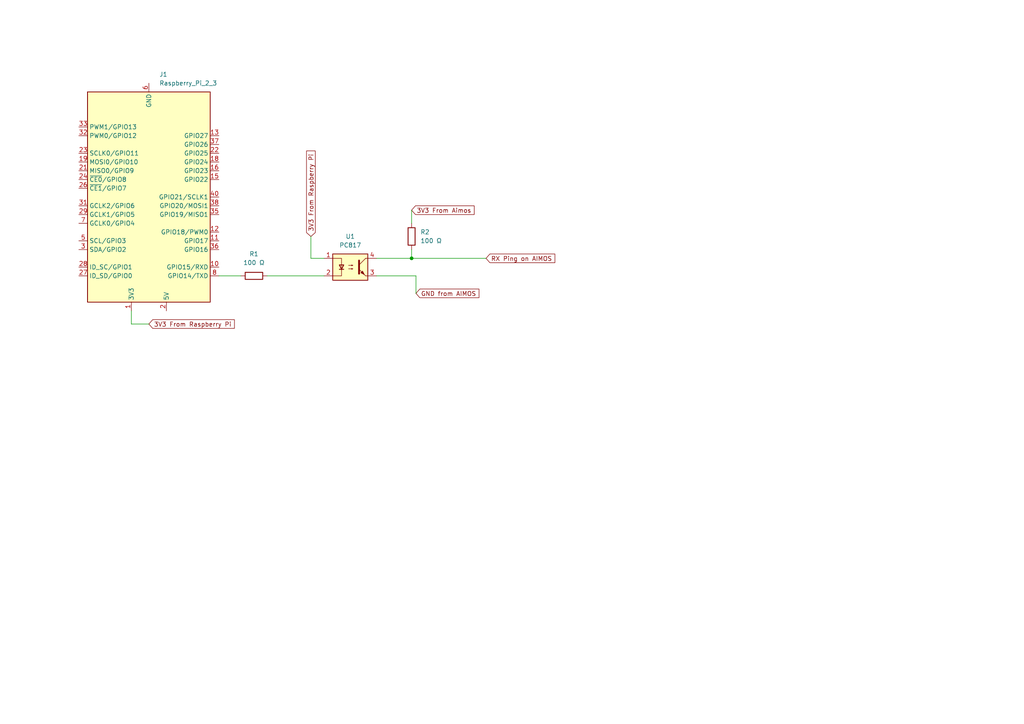
<source format=kicad_sch>
(kicad_sch (version 20231120) (generator "eeschema") (generator_version "8.0")
  (paper "A4")
  (title_block (title "AIMOS AM-KVM803 PiKVM UART Mod") (date "2024-08-11") (rev "1"))
  (lib_symbols
    (symbol "Connector:Raspberry_Pi_2_3"
      (property "Reference" "J" (at -17.78 31.75 0))
      (property "Value" "Raspberry_Pi_2_3" (at 10.16 -31.75 0))
      (symbol "Raspberry_Pi_2_3_0_1"
        (rectangle (start -17.78 30.48) (end 17.78 -30.48) (stroke (width 0.254)) (fill (type background)))
      )
      (symbol "Raspberry_Pi_2_3_1_1"
        (pin power_in line (at 5.08 33.02 270) (length 2.54) (name "3V3") (number "1"))
        (pin bidirectional line (at -20.32 20.32 0) (length 2.54) (name "GPIO15/RXD") (number "10"))
        (pin bidirectional line (at -20.32 12.7 0) (length 2.54) (name "GPIO17") (number "11"))
        (pin bidirectional line (at -20.32 10.16 0) (length 2.54) (name "GPIO18/PWM0") (number "12"))
        (pin bidirectional line (at -20.32 -17.78 0) (length 2.54) (name "GPIO27") (number "13"))
        (pin passive line (at 0 -33.02 90) (length 2.54) hide (name "GND") (number "14"))
        (pin bidirectional line (at -20.32 -5.08 0) (length 2.54) (name "GPIO22") (number "15"))
        (pin bidirectional line (at -20.32 -7.62 0) (length 2.54) (name "GPIO23") (number "16"))
        (pin passive line (at 5.08 33.02 270) (length 2.54) hide (name "3V3") (number "17"))
        (pin bidirectional line (at -20.32 -10.16 0) (length 2.54) (name "GPIO24") (number "18"))
        (pin bidirectional line (at 20.32 -10.16 180) (length 2.54) (name "MOSI0/GPIO10") (number "19"))
        (pin power_in line (at -5.08 33.02 270) (length 2.54) (name "5V") (number "2"))
        (pin passive line (at 0 -33.02 90) (length 2.54) hide (name "GND") (number "20"))
        (pin bidirectional line (at 20.32 -7.62 180) (length 2.54) (name "MISO0/GPIO9") (number "21"))
        (pin bidirectional line (at -20.32 -12.7 0) (length 2.54) (name "GPIO25") (number "22"))
        (pin bidirectional line (at 20.32 -12.7 180) (length 2.54) (name "SCLK0/GPIO11") (number "23"))
        (pin bidirectional line (at 20.32 -5.08 180) (length 2.54) (name "~{CE0}/GPIO8") (number "24"))
        (pin passive line (at 0 -33.02 90) (length 2.54) hide (name "GND") (number "25"))
        (pin bidirectional line (at 20.32 -2.54 180) (length 2.54) (name "~{CE1}/GPIO7") (number "26"))
        (pin bidirectional line (at 20.32 22.86 180) (length 2.54) (name "ID_SD/GPIO0") (number "27"))
        (pin bidirectional line (at 20.32 20.32 180) (length 2.54) (name "ID_SC/GPIO1") (number "28"))
        (pin bidirectional line (at 20.32 5.08 180) (length 2.54) (name "GCLK1/GPIO5") (number "29"))
        (pin bidirectional line (at 20.32 15.24 180) (length 2.54) (name "SDA/GPIO2") (number "3"))
        (pin passive line (at 0 -33.02 90) (length 2.54) hide (name "GND") (number "30"))
        (pin bidirectional line (at 20.32 2.54 180) (length 2.54) (name "GCLK2/GPIO6") (number "31"))
        (pin bidirectional line (at 20.32 -17.78 180) (length 2.54) (name "PWM0/GPIO12") (number "32"))
        (pin bidirectional line (at 20.32 -20.32 180) (length 2.54) (name "PWM1/GPIO13") (number "33"))
        (pin passive line (at 0 -33.02 90) (length 2.54) hide (name "GND") (number "34"))
        (pin bidirectional line (at -20.32 5.08 0) (length 2.54) (name "GPIO19/MISO1") (number "35"))
        (pin bidirectional line (at -20.32 15.24 0) (length 2.54) (name "GPIO16") (number "36"))
        (pin bidirectional line (at -20.32 -15.24 0) (length 2.54) (name "GPIO26") (number "37"))
        (pin bidirectional line (at -20.32 2.54 0) (length 2.54) (name "GPIO20/MOSI1") (number "38"))
        (pin passive line (at 0 -33.02 90) (length 2.54) hide (name "GND") (number "39"))
        (pin passive line (at -5.08 33.02 270) (length 2.54) hide (name "5V") (number "4"))
        (pin bidirectional line (at -20.32 0 0) (length 2.54) (name "GPIO21/SCLK1") (number "40"))
        (pin bidirectional line (at 20.32 12.7 180) (length 2.54) (name "SCL/GPIO3") (number "5"))
        (pin power_in line (at 0 -33.02 90) (length 2.54) (name "GND") (number "6"))
        (pin bidirectional line (at 20.32 7.62 180) (length 2.54) (name "GCLK0/GPIO4") (number "7"))
        (pin bidirectional line (at -20.32 22.86 0) (length 2.54) (name "GPIO14/TXD") (number "8"))
        (pin passive line (at 0 -33.02 90) (length 2.54) hide (name "GND") (number "9"))
      )
    )
    (symbol "Device:R" (pin_numbers hide) (pin_names (offset 0))
      (property "Reference" "R" (at 2.032 0 90))
      (property "Value" "R" (at 0 0 90))
      (symbol "R_0_1"
        (rectangle (start -1.016 -2.54) (end 1.016 2.54) (stroke (width 0.254)))
      )
      (symbol "R_1_1"
        (pin passive line (at 0 3.81 270) (length 1.27) (name "~") (number "1"))
        (pin passive line (at 0 -3.81 90) (length 1.27) (name "~") (number "2"))
      )
    )
    (symbol "Isolator:PC817" (pin_names (offset 1.016))
      (property "Reference" "U" (at -5.08 5.08 0))
      (property "Value" "PC817" (at 0 5.08 0))
      (symbol "PC817_0_1"
        (rectangle (start -5.08 3.81) (end 5.08 -3.81) (stroke (width 0.254)) (fill (type background)))
        (polyline (pts (xy -3.175 -0.635) (xy -1.905 -0.635)) (stroke (width 0.254)))
        (polyline (pts (xy 2.54 0.635) (xy 4.445 2.54)))
        (polyline (pts (xy 4.445 -2.54) (xy 2.54 -0.635)) (fill (type outline)))
        (polyline (pts (xy 4.445 -2.54) (xy 5.08 -2.54)))
        (polyline (pts (xy 4.445 2.54) (xy 5.08 2.54)))
        (polyline (pts (xy -5.08 2.54) (xy -2.54 2.54) (xy -2.54 -0.635)))
        (polyline (pts (xy -2.54 -0.635) (xy -2.54 -2.54) (xy -5.08 -2.54)))
        (polyline (pts (xy 2.54 1.905) (xy 2.54 -1.905) (xy 2.54 -1.905)) (stroke (width 0.508)))
        (polyline (pts (xy -2.54 -0.635) (xy -3.175 0.635) (xy -1.905 0.635) (xy -2.54 -0.635)) (stroke (width 0.254)))
        (polyline (pts (xy -0.508 -0.508) (xy 0.762 -0.508) (xy 0.381 -0.635) (xy 0.381 -0.381) (xy 0.762 -0.508)))
        (polyline (pts (xy -0.508 0.508) (xy 0.762 0.508) (xy 0.381 0.381) (xy 0.381 0.635) (xy 0.762 0.508)))
        (polyline (pts (xy 3.048 -1.651) (xy 3.556 -1.143) (xy 4.064 -2.159) (xy 3.048 -1.651) (xy 3.048 -1.651)) (fill (type outline)))
      )
      (symbol "PC817_1_1"
        (pin passive line (at -7.62 2.54 0) (length 2.54) (name "~") (number "1"))
        (pin passive line (at -7.62 -2.54 0) (length 2.54) (name "~") (number "2"))
        (pin passive line (at 7.62 -2.54 180) (length 2.54) (name "~") (number "3"))
        (pin passive line (at 7.62 2.54 180) (length 2.54) (name "~") (number "4"))
      )
    )
  )
  (junction (at 119.38 74.93))
  (wire (pts (xy 77.47 80.01) (xy 93.98 80.01)))
  (wire (pts (xy 119.38 72.39) (xy 119.38 74.93)))
  (wire (pts (xy 38.1 93.98) (xy 38.1 90.17)))
  (wire (pts (xy 119.38 74.93) (xy 140.97 74.93)))
  (wire (pts (xy 90.17 74.93) (xy 93.98 74.93)))
  (wire (pts (xy 119.38 60.96) (xy 119.38 64.77)))
  (wire (pts (xy 109.22 74.93) (xy 119.38 74.93)))
  (wire (pts (xy 90.17 68.58) (xy 90.17 74.93)))
  (wire (pts (xy 43.18 93.98) (xy 38.1 93.98)))
  (wire (pts (xy 109.22 80.01) (xy 120.65 80.01)))
  (wire (pts (xy 63.5 80.01) (xy 69.85 80.01)))
  (wire (pts (xy 120.65 80.01) (xy 120.65 85.09)))
  (global_label "3V3 From Raspberry Pi" (shape input) (at 90.17 68.58 90) (property "Intersheetrefs" "${INTERSHEET_REFS}" (effects (hide yes))))
  (global_label "3V3 From Aimos" (shape input) (at 119.38 60.96 0) (property "Intersheetrefs" "${INTERSHEET_REFS}" (effects (hide yes))))
  (global_label "3V3 From Raspberry Pi" (shape input) (at 43.18 93.98 0) (property "Intersheetrefs" "${INTERSHEET_REFS}" (effects (hide yes))))
  (global_label "RX Ping on AIMOS" (shape input) (at 140.97 74.93 0) (property "Intersheetrefs" "${INTERSHEET_REFS}" (effects (hide yes))))
  (global_label "GND from AIMOS" (shape input) (at 120.65 85.09 0) (property "Intersheetrefs" "${INTERSHEET_REFS}" (effects (hide yes))))
  (symbol (lib_id "Connector:Raspberry_Pi_2_3") (at 43.18 57.15 180) (unit 1)
    (property "Reference" "J1" (at 46.1965 21.59 0) (effects (justify right)))
    (property "Value" "Raspberry_Pi_2_3" (at 46.1965 24.13 0) (effects (justify right)))
    (property "Datasheet" "https://www.raspberrypi.org/documentation/hardware/raspberrypi/schematics/rpi_SCH_3bplus_1p0_reduced.pdf" (effects (hide yes)))
    (property "Description" "expansion header for Raspberry Pi 2 & 3" (effects (hide yes)))
  )
  (symbol (lib_id "Isolator:PC817") (at 101.6 77.47 0) (unit 1)
    (property "Reference" "U1" (at 101.6 68.58 0))
    (property "Value" "PC817" (at 101.6 71.12 0))
    (property "Footprint" "Package_DIP:DIP-4_W7.62mm" (effects (hide yes)))
    (property "Datasheet" "http://www.soselectronic.cz/a_info/resource/d/pc817.pdf" (effects (hide yes)))
    (property "Description" "DC Optocoupler, Vce 35V, CTR 50-300%, DIP-4" (effects (hide yes)))
  )
  (symbol (lib_id "Device:R") (at 73.66 80.01 270) (unit 1)
    (property "Reference" "R1" (at 73.66 73.66 90))
    (property "Value" "100 Ω" (at 73.66 76.2 90))
    (property "Description" "Resistor" (effects (hide yes)))
  )
  (symbol (lib_id "Device:R") (at 119.38 68.58 180) (unit 1)
    (property "Reference" "R2" (at 121.92 67.3099 0) (effects (justify right)))
    (property "Value" "100 Ω" (at 121.92 69.8499 0) (effects (justify right)))
    (property "Description" "Resistor" (effects (hide yes)))
  )
)
</source>
